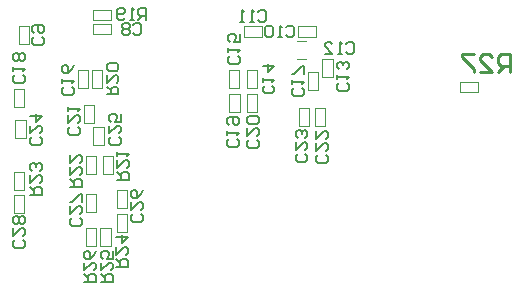
<source format=gbo>
G04*
G04 #@! TF.GenerationSoftware,Altium Limited,Altium Designer,24.6.1 (21)*
G04*
G04 Layer_Color=32896*
%FSLAX25Y25*%
%MOIN*%
G70*
G04*
G04 #@! TF.SameCoordinates,3DD0ABC2-3CA6-46D2-8A5F-DA2E5A85CC7D*
G04*
G04*
G04 #@! TF.FilePolarity,Positive*
G04*
G01*
G75*
%ADD14C,0.00300*%
%ADD15C,0.00400*%
%ADD17C,0.00591*%
%ADD60C,0.01000*%
D14*
X207118Y185952D02*
X213118D01*
Y182552D02*
Y185952D01*
X207118Y182552D02*
X213118D01*
X207118D02*
Y185952D01*
X130288Y181957D02*
X133688D01*
X130288Y175957D02*
Y181957D01*
Y175957D02*
X133688D01*
Y181957D01*
X139495Y175937D02*
Y181937D01*
X136095Y175937D02*
X139495D01*
X136095D02*
Y181937D01*
X139495D01*
X153320Y177213D02*
X156720D01*
X153320Y171213D02*
Y177213D01*
Y171213D02*
X156720D01*
Y177213D01*
X158832D02*
X162232D01*
X158832Y171213D02*
Y177213D01*
Y171213D02*
X162232D01*
Y177213D01*
X135189Y201056D02*
Y204456D01*
Y201056D02*
X141189D01*
Y204456D01*
X135189D02*
X141189D01*
X58930Y167079D02*
Y173079D01*
X62330D01*
Y167079D02*
Y173079D01*
X58930Y167079D02*
X62330D01*
X161292Y187433D02*
X164692D01*
Y193433D01*
X161292D02*
X164692D01*
X161292Y187433D02*
Y193433D01*
X159024Y201056D02*
Y204456D01*
X153024D02*
X159024D01*
X153024Y201056D02*
Y204456D01*
Y201056D02*
X159024D01*
X130190Y190008D02*
X133590D01*
X130190Y184008D02*
Y190008D01*
Y184008D02*
X133590D01*
Y190008D01*
X136095D02*
X139495D01*
X136095Y184008D02*
Y190008D01*
Y184008D02*
X139495D01*
Y190008D01*
X156469Y189319D02*
X159869D01*
X156469Y183319D02*
Y189319D01*
Y183319D02*
X159869D01*
Y189319D01*
X60111Y198575D02*
Y204575D01*
X63511D01*
Y198575D02*
Y204575D01*
X60111Y198575D02*
X63511D01*
X84795Y201843D02*
X90795D01*
X84795D02*
Y205243D01*
X90795D01*
Y201843D02*
Y205243D01*
X84795Y206568D02*
X90795D01*
X84795D02*
Y209968D01*
X90795D01*
Y206568D02*
Y209968D01*
X92788Y135976D02*
Y141976D01*
X96188D01*
Y135976D02*
Y141976D01*
X92788Y135976D02*
X96188D01*
X88064Y161268D02*
X91464D01*
X88064Y155268D02*
Y161268D01*
Y155268D02*
X91464D01*
Y161268D01*
X87920Y183732D02*
Y189732D01*
X84521Y183732D02*
X87920D01*
X84521D02*
Y189732D01*
X87920D01*
X92788Y149850D02*
X96188D01*
X92788Y143850D02*
Y149850D01*
Y143850D02*
X96188D01*
Y149850D01*
X79796Y183732D02*
Y189732D01*
X83196D01*
Y183732D02*
Y189732D01*
X79796Y183732D02*
X83196D01*
X58536Y155756D02*
X61936D01*
X58536Y149756D02*
Y155756D01*
Y149756D02*
X61936D01*
Y155756D01*
X58536Y142276D02*
Y148276D01*
X61936D01*
Y142276D02*
Y148276D01*
X58536Y142276D02*
X61936D01*
X87276Y137252D02*
X90676D01*
X87276Y131252D02*
Y137252D01*
Y131252D02*
X90676D01*
Y137252D01*
X82552Y131252D02*
X85952D01*
Y137252D01*
X82552D02*
X85952D01*
X82552Y131252D02*
Y137252D01*
Y142669D02*
Y148669D01*
X85952D01*
Y142669D02*
Y148669D01*
X82552Y142669D02*
X85952D01*
X84914Y164835D02*
Y170835D01*
X88314D01*
Y164835D02*
Y170835D01*
X84914Y164835D02*
X88314D01*
X82552Y155268D02*
X85952D01*
Y161268D01*
X82552D02*
X85952D01*
X82552Y155268D02*
Y161268D01*
X85165Y172197D02*
Y178197D01*
X81765Y172197D02*
X85165D01*
X81765D02*
Y178197D01*
X85165D01*
X58536Y177709D02*
Y183709D01*
X61936D01*
Y177709D02*
Y183709D01*
X58536Y177709D02*
X61936D01*
D15*
X152831Y199457D02*
X155831D01*
X152831Y193457D02*
X155831D01*
D17*
X132808Y166996D02*
X133464Y166340D01*
Y165028D01*
X132808Y164372D01*
X130184D01*
X129528Y165028D01*
Y166340D01*
X130184Y166996D01*
X129528Y168307D02*
Y169619D01*
Y168963D01*
X133464D01*
X132808Y168307D01*
X130184Y171587D02*
X129528Y172243D01*
Y173555D01*
X130184Y174211D01*
X132808D01*
X133464Y173555D01*
Y172243D01*
X132808Y171587D01*
X132152D01*
X131496Y172243D01*
Y174211D01*
X139501Y166667D02*
X140157Y166012D01*
Y164700D01*
X139501Y164044D01*
X136877D01*
X136221Y164700D01*
Y166012D01*
X136877Y166667D01*
X136221Y170603D02*
Y167979D01*
X138845Y170603D01*
X139501D01*
X140157Y169947D01*
Y168635D01*
X139501Y167979D01*
Y171915D02*
X140157Y172571D01*
Y173883D01*
X139501Y174539D01*
X136877D01*
X136221Y173883D01*
Y172571D01*
X136877Y171915D01*
X139501D01*
X155643Y161943D02*
X156299Y161287D01*
Y159975D01*
X155643Y159319D01*
X153019D01*
X152363Y159975D01*
Y161287D01*
X153019Y161943D01*
X152363Y165879D02*
Y163255D01*
X154987Y165879D01*
X155643D01*
X156299Y165223D01*
Y163911D01*
X155643Y163255D01*
Y167191D02*
X156299Y167847D01*
Y169159D01*
X155643Y169815D01*
X154987D01*
X154331Y169159D01*
Y168503D01*
Y169159D01*
X153675Y169815D01*
X153019D01*
X152363Y169159D01*
Y167847D01*
X153019Y167191D01*
X162336Y161549D02*
X162991Y160893D01*
Y159581D01*
X162336Y158926D01*
X159712D01*
X159056Y159581D01*
Y160893D01*
X159712Y161549D01*
X159056Y165485D02*
Y162861D01*
X161680Y165485D01*
X162336D01*
X162991Y164829D01*
Y163517D01*
X162336Y162861D01*
X159056Y169421D02*
Y166797D01*
X161680Y169421D01*
X162336D01*
X162991Y168765D01*
Y167453D01*
X162336Y166797D01*
X139829Y209186D02*
X140485Y209842D01*
X141797D01*
X142453Y209186D01*
Y206562D01*
X141797Y205906D01*
X140485D01*
X139829Y206562D01*
X138517Y205906D02*
X137205D01*
X137861D01*
Y209842D01*
X138517Y209186D01*
X135237Y205906D02*
X133925D01*
X134581D01*
Y209842D01*
X135237Y209186D01*
X67060Y167455D02*
X67716Y166799D01*
Y165487D01*
X67060Y164831D01*
X64436D01*
X63780Y165487D01*
Y166799D01*
X64436Y167455D01*
X63780Y171391D02*
Y168767D01*
X66404Y171391D01*
X67060D01*
X67716Y170735D01*
Y169423D01*
X67060Y168767D01*
X63780Y174670D02*
X67716D01*
X65748Y172703D01*
Y175326D01*
X169422Y185499D02*
X170078Y184844D01*
Y183531D01*
X169422Y182876D01*
X166798D01*
X166142Y183531D01*
Y184844D01*
X166798Y185499D01*
X166142Y186811D02*
Y188123D01*
Y187467D01*
X170078D01*
X169422Y186811D01*
Y190091D02*
X170078Y190747D01*
Y192059D01*
X169422Y192715D01*
X168766D01*
X168110Y192059D01*
Y191403D01*
Y192059D01*
X167454Y192715D01*
X166798D01*
X166142Y192059D01*
Y190747D01*
X166798Y190091D01*
X169225Y198556D02*
X169881Y199212D01*
X171193D01*
X171849Y198556D01*
Y195932D01*
X171193Y195276D01*
X169881D01*
X169225Y195932D01*
X167913Y195276D02*
X166601D01*
X167257D01*
Y199212D01*
X167913Y198556D01*
X162010Y195276D02*
X164633D01*
X162010Y197900D01*
Y198556D01*
X162665Y199212D01*
X163977D01*
X164633Y198556D01*
X149264Y204068D02*
X149920Y204724D01*
X151232D01*
X151888Y204068D01*
Y201444D01*
X151232Y200788D01*
X149920D01*
X149264Y201444D01*
X147952Y200788D02*
X146641D01*
X147297D01*
Y204724D01*
X147952Y204068D01*
X144673D02*
X144017Y204724D01*
X142705D01*
X142049Y204068D01*
Y201444D01*
X142705Y200788D01*
X144017D01*
X144673Y201444D01*
Y204068D01*
X133202Y194554D02*
X133858Y193899D01*
Y192587D01*
X133202Y191931D01*
X130578D01*
X129922Y192587D01*
Y193899D01*
X130578Y194554D01*
X129922Y195867D02*
Y197178D01*
Y196522D01*
X133858D01*
X133202Y195867D01*
X133858Y201770D02*
Y199146D01*
X131890D01*
X132546Y200458D01*
Y201114D01*
X131890Y201770D01*
X130578D01*
X129922Y201114D01*
Y199802D01*
X130578Y199146D01*
X144619Y184712D02*
X145275Y184056D01*
Y182744D01*
X144619Y182088D01*
X141995D01*
X141339Y182744D01*
Y184056D01*
X141995Y184712D01*
X141339Y186024D02*
Y187336D01*
Y186680D01*
X145275D01*
X144619Y186024D01*
X141339Y191272D02*
X145275D01*
X143307Y189304D01*
Y191928D01*
X154462Y183925D02*
X155117Y183269D01*
Y181957D01*
X154462Y181301D01*
X151838D01*
X151182Y181957D01*
Y183269D01*
X151838Y183925D01*
X151182Y185237D02*
Y186548D01*
Y185892D01*
X155117D01*
X154462Y185237D01*
X155117Y188516D02*
Y191140D01*
X154462D01*
X151838Y188516D01*
X151182D01*
X89371Y181760D02*
X93306D01*
Y183728D01*
X92651Y184384D01*
X91339D01*
X90683Y183728D01*
Y181760D01*
Y183072D02*
X89371Y184384D01*
Y188320D02*
Y185696D01*
X91995Y188320D01*
X92651D01*
X93306Y187664D01*
Y186352D01*
X92651Y185696D01*
Y189632D02*
X93306Y190288D01*
Y191600D01*
X92651Y192255D01*
X90027D01*
X89371Y191600D01*
Y190288D01*
X90027Y189632D01*
X92651D01*
X102558Y206694D02*
Y210629D01*
X100590D01*
X99934Y209973D01*
Y208661D01*
X100590Y208005D01*
X102558D01*
X101246D02*
X99934Y206694D01*
X98622D02*
X97310D01*
X97966D01*
Y210629D01*
X98622Y209973D01*
X95342Y207349D02*
X94686Y206694D01*
X93374D01*
X92718Y207349D01*
Y209973D01*
X93374Y210629D01*
X94686D01*
X95342Y209973D01*
Y209317D01*
X94686Y208661D01*
X92718D01*
X98294Y204855D02*
X98950Y205511D01*
X100262D01*
X100918Y204855D01*
Y202231D01*
X100262Y201575D01*
X98950D01*
X98294Y202231D01*
X96982Y204855D02*
X96326Y205511D01*
X95014D01*
X94358Y204855D01*
Y204199D01*
X95014Y203543D01*
X94358Y202887D01*
Y202231D01*
X95014Y201575D01*
X96326D01*
X96982Y202231D01*
Y202887D01*
X96326Y203543D01*
X96982Y204199D01*
Y204855D01*
X96326Y203543D02*
X95014D01*
X67847Y200919D02*
X68503Y200263D01*
Y198951D01*
X67847Y198295D01*
X65223D01*
X64568Y198951D01*
Y200263D01*
X65223Y200919D01*
Y202231D02*
X64568Y202887D01*
Y204199D01*
X65223Y204855D01*
X67847D01*
X68503Y204199D01*
Y202887D01*
X67847Y202231D01*
X67191D01*
X66535Y202887D01*
Y204855D01*
X93438Y167455D02*
X94094Y166799D01*
Y165487D01*
X93438Y164831D01*
X90814D01*
X90158Y165487D01*
Y166799D01*
X90814Y167455D01*
X90158Y171391D02*
Y168767D01*
X92782Y171391D01*
X93438D01*
X94094Y170735D01*
Y169423D01*
X93438Y168767D01*
X94094Y175326D02*
Y172703D01*
X92126D01*
X92782Y174014D01*
Y174670D01*
X92126Y175326D01*
X90814D01*
X90158Y174670D01*
Y173359D01*
X90814Y172703D01*
X80446Y140683D02*
X81102Y140027D01*
Y138715D01*
X80446Y138059D01*
X77822D01*
X77166Y138715D01*
Y140027D01*
X77822Y140683D01*
X77166Y144619D02*
Y141995D01*
X79790Y144619D01*
X80446D01*
X81102Y143963D01*
Y142651D01*
X80446Y141995D01*
X81102Y145931D02*
Y148555D01*
X80446D01*
X77822Y145931D01*
X77166D01*
X92520Y124280D02*
X96456D01*
Y126248D01*
X95800Y126904D01*
X94488D01*
X93832Y126248D01*
Y124280D01*
Y125592D02*
X92520Y126904D01*
Y130840D02*
Y128216D01*
X95144Y130840D01*
X95800D01*
X96456Y130183D01*
Y128872D01*
X95800Y128216D01*
X92520Y134119D02*
X96456D01*
X94488Y132151D01*
Y134775D01*
X77166Y151051D02*
X81102D01*
Y153019D01*
X80446Y153675D01*
X79134D01*
X78478Y153019D01*
Y151051D01*
Y152364D02*
X77166Y153675D01*
Y157611D02*
Y154987D01*
X79790Y157611D01*
X80446D01*
X81102Y156955D01*
Y155643D01*
X80446Y154987D01*
X77166Y161547D02*
Y158923D01*
X79790Y161547D01*
X80446D01*
X81102Y160891D01*
Y159579D01*
X80446Y158923D01*
X63780Y148296D02*
X67716D01*
Y150264D01*
X67060Y150919D01*
X65748D01*
X65092Y150264D01*
Y148296D01*
Y149608D02*
X63780Y150919D01*
Y154855D02*
Y152231D01*
X66404Y154855D01*
X67060D01*
X67716Y154199D01*
Y152887D01*
X67060Y152231D01*
Y156167D02*
X67716Y156823D01*
Y158135D01*
X67060Y158791D01*
X66404D01*
X65748Y158135D01*
Y157479D01*
Y158135D01*
X65092Y158791D01*
X64436D01*
X63780Y158135D01*
Y156823D01*
X64436Y156167D01*
X81890Y119162D02*
X85826D01*
Y121130D01*
X85170Y121786D01*
X83858D01*
X83202Y121130D01*
Y119162D01*
Y120474D02*
X81890Y121786D01*
Y125721D02*
Y123098D01*
X84514Y125721D01*
X85170D01*
X85826Y125065D01*
Y123753D01*
X85170Y123098D01*
X85826Y129657D02*
X85170Y128345D01*
X83858Y127033D01*
X82546D01*
X81890Y127689D01*
Y129001D01*
X82546Y129657D01*
X83202D01*
X83858Y129001D01*
Y127033D01*
X92914Y153282D02*
X96850D01*
Y155250D01*
X96194Y155906D01*
X94882D01*
X94226Y155250D01*
Y153282D01*
Y154594D02*
X92914Y155906D01*
Y159842D02*
Y157218D01*
X95538Y159842D01*
X96194D01*
X96850Y159186D01*
Y157874D01*
X96194Y157218D01*
X92914Y161154D02*
Y162466D01*
Y161810D01*
X96850D01*
X96194Y161154D01*
X87402Y119162D02*
X91338D01*
Y121130D01*
X90682Y121786D01*
X89370D01*
X88714Y121130D01*
Y119162D01*
Y120474D02*
X87402Y121786D01*
Y125721D02*
Y123098D01*
X90026Y125721D01*
X90682D01*
X91338Y125065D01*
Y123753D01*
X90682Y123098D01*
X91338Y129657D02*
Y127033D01*
X89370D01*
X90026Y128345D01*
Y129001D01*
X89370Y129657D01*
X88058D01*
X87402Y129001D01*
Y127689D01*
X88058Y127033D01*
X61548Y133203D02*
X62204Y132547D01*
Y131235D01*
X61548Y130579D01*
X58924D01*
X58268Y131235D01*
Y132547D01*
X58924Y133203D01*
X58268Y137139D02*
Y134515D01*
X60892Y137139D01*
X61548D01*
X62204Y136483D01*
Y135171D01*
X61548Y134515D01*
Y138451D02*
X62204Y139107D01*
Y140419D01*
X61548Y141074D01*
X60892D01*
X60236Y140419D01*
X59580Y141074D01*
X58924D01*
X58268Y140419D01*
Y139107D01*
X58924Y138451D01*
X59580D01*
X60236Y139107D01*
X60892Y138451D01*
X61548D01*
X60236Y139107D02*
Y140419D01*
X79658Y170867D02*
X80314Y170211D01*
Y168899D01*
X79658Y168243D01*
X77035D01*
X76379Y168899D01*
Y170211D01*
X77035Y170867D01*
X76379Y174802D02*
Y172179D01*
X79002Y174802D01*
X79658D01*
X80314Y174147D01*
Y172835D01*
X79658Y172179D01*
X76379Y176114D02*
Y177426D01*
Y176770D01*
X80314D01*
X79658Y176114D01*
X61548Y188255D02*
X62204Y187599D01*
Y186287D01*
X61548Y185632D01*
X58924D01*
X58268Y186287D01*
Y187599D01*
X58924Y188255D01*
X58268Y189567D02*
Y190879D01*
Y190223D01*
X62204D01*
X61548Y189567D01*
Y192847D02*
X62204Y193503D01*
Y194815D01*
X61548Y195471D01*
X60892D01*
X60236Y194815D01*
X59580Y195471D01*
X58924D01*
X58268Y194815D01*
Y193503D01*
X58924Y192847D01*
X59580D01*
X60236Y193503D01*
X60892Y192847D01*
X61548D01*
X60236Y193503D02*
Y194815D01*
X100918Y141864D02*
X101574Y141208D01*
Y139897D01*
X100918Y139241D01*
X98294D01*
X97638Y139897D01*
Y141208D01*
X98294Y141864D01*
X97638Y145800D02*
Y143176D01*
X100262Y145800D01*
X100918D01*
X101574Y145144D01*
Y143832D01*
X100918Y143176D01*
X101574Y149736D02*
X100918Y148424D01*
X99606Y147112D01*
X98294D01*
X97638Y147768D01*
Y149080D01*
X98294Y149736D01*
X98950D01*
X99606Y149080D01*
Y147112D01*
X77690Y184318D02*
X78346Y183662D01*
Y182351D01*
X77690Y181694D01*
X75066D01*
X74410Y182351D01*
Y183662D01*
X75066Y184318D01*
X74410Y185630D02*
Y186942D01*
Y186286D01*
X78346D01*
X77690Y185630D01*
X78346Y191534D02*
X77690Y190222D01*
X76378Y188910D01*
X75066D01*
X74410Y189566D01*
Y190878D01*
X75066Y191534D01*
X75722D01*
X76378Y190878D01*
Y188910D01*
D60*
X223800Y189300D02*
Y195298D01*
X220801D01*
X219801Y194298D01*
Y192299D01*
X220801Y191299D01*
X223800D01*
X221801D02*
X219801Y189300D01*
X213803D02*
X217802D01*
X213803Y193299D01*
Y194298D01*
X214803Y195298D01*
X216802D01*
X217802Y194298D01*
X211804Y195298D02*
X207805D01*
Y194298D01*
X211804Y190300D01*
Y189300D01*
M02*

</source>
